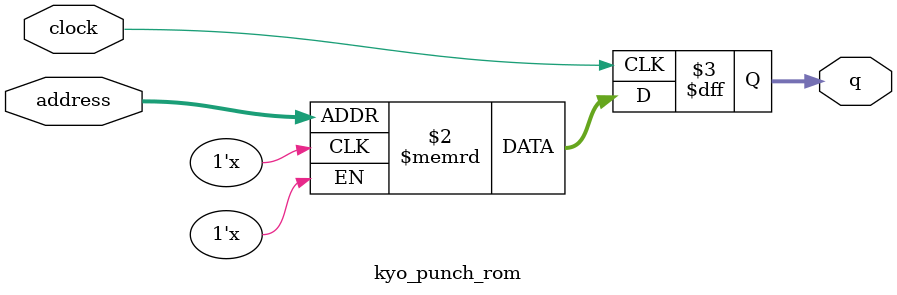
<source format=sv>
module kyo_punch_rom (
	input logic clock,
	input logic [14:0] address,
	output logic [3:0] q
);

logic [3:0] memory [0:21503] /* synthesis ram_init_file = "./kyo_punch/kyo_punch.COE" */;

always_ff @ (posedge clock) begin
	q <= memory[address];
end

endmodule

</source>
